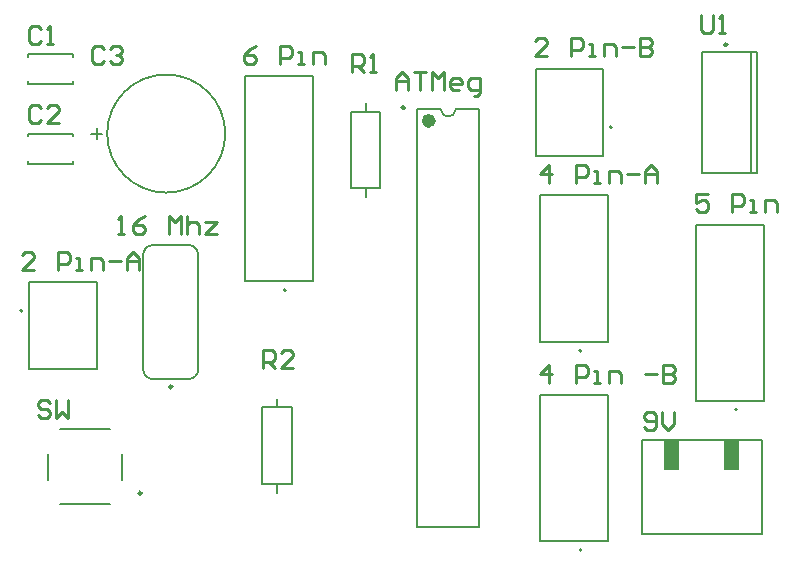
<source format=gto>
G04*
G04 #@! TF.GenerationSoftware,Altium Limited,Altium Designer,23.0.1 (38)*
G04*
G04 Layer_Color=65535*
%FSLAX25Y25*%
%MOIN*%
G70*
G04*
G04 #@! TF.SameCoordinates,3541F037-1E4E-4125-B444-BB1E2F39CCB3*
G04*
G04*
G04 #@! TF.FilePolarity,Positive*
G04*
G01*
G75*
%ADD10C,0.00787*%
%ADD11C,0.00984*%
%ADD12C,0.02362*%
%ADD13C,0.00787*%
%ADD14C,0.00500*%
%ADD15C,0.01000*%
G36*
X240500Y48019D02*
X245478D01*
Y38000D01*
X240500D01*
Y48019D01*
D02*
G37*
G36*
X260500Y48006D02*
X265501D01*
Y38000D01*
X260500D01*
Y48006D01*
D02*
G37*
D10*
X70095Y112843D02*
G03*
X66847Y109595I0J-3248D01*
G01*
X85154Y109595D02*
G03*
X81906Y112843I-3248J0D01*
G01*
X81906Y68158D02*
G03*
X85154Y71406I0J3248D01*
G01*
X66847D02*
G03*
X70095Y68158I3248J0D01*
G01*
X264894Y58059D02*
G03*
X264894Y58059I-394J0D01*
G01*
X212961Y11138D02*
G03*
X212961Y11138I-394J0D01*
G01*
Y77638D02*
G03*
X212961Y77638I-394J0D01*
G01*
X223106Y152157D02*
G03*
X223106Y152157I-394J0D01*
G01*
X166000Y158185D02*
G03*
X171000Y158185I2500J0D01*
G01*
X114461Y97795D02*
G03*
X114461Y97795I-394J0D01*
G01*
X94185Y150000D02*
G03*
X94185Y150000I-19685J0D01*
G01*
X26614Y90921D02*
G03*
X26614Y90921I-394J0D01*
G01*
X28500Y175634D02*
Y176500D01*
X43500Y175634D02*
Y176500D01*
Y166500D02*
Y167366D01*
X28500Y166500D02*
Y167366D01*
Y176500D02*
X43500D01*
X28500Y166500D02*
X43500D01*
X70095Y68157D02*
X81906D01*
X70094Y112843D02*
X81906D01*
X66846Y71406D02*
Y109595D01*
X85154Y71406D02*
Y109594D01*
X269504Y136921D02*
Y177079D01*
X271472Y136921D02*
Y177079D01*
X252969Y136921D02*
Y177079D01*
Y136921D02*
X271472D01*
X252969Y177079D02*
X271472D01*
X35118Y34650D02*
Y43350D01*
X39213Y26618D02*
X55787D01*
X59882Y34650D02*
Y43350D01*
X39213Y51382D02*
X55787D01*
X158067Y18815D02*
X178933D01*
X171000Y158185D02*
X178933D01*
X158067D02*
X166000D01*
X178933Y18815D02*
Y158185D01*
X158067Y18815D02*
Y158185D01*
X141000Y157295D02*
Y160150D01*
Y128850D02*
Y131705D01*
X136079D02*
X145921D01*
Y157295D01*
X136079D02*
X145921D01*
X136079Y131705D02*
Y157295D01*
X49303Y150000D02*
X53240D01*
X51272Y148031D02*
Y151969D01*
X28500Y149134D02*
Y150000D01*
X43500Y149134D02*
Y150000D01*
Y140000D02*
Y140866D01*
X28500Y140000D02*
Y140866D01*
Y150000D02*
X43500D01*
X28500Y140000D02*
X43500D01*
X111500Y58795D02*
Y61650D01*
Y30350D02*
Y33205D01*
X106579D02*
X116421D01*
Y58795D01*
X106579D02*
X116421D01*
X106579Y33205D02*
Y58795D01*
D11*
X76492Y65598D02*
G03*
X76492Y65598I-492J0D01*
G01*
X261492Y179638D02*
G03*
X261492Y179638I-492J0D01*
G01*
X66280Y30142D02*
G03*
X66280Y30142I-492J0D01*
G01*
X153992Y158618D02*
G03*
X153992Y158618I-492J0D01*
G01*
D12*
X163185Y154248D02*
G03*
X163185Y154248I-1181J0D01*
G01*
D13*
X81906Y68157D02*
D03*
D14*
X251114Y119673D02*
X273752D01*
Y61012D02*
Y119673D01*
X251114Y61012D02*
X273752D01*
X251114D02*
Y119673D01*
X199181Y62909D02*
X221819D01*
Y14091D02*
Y62909D01*
X199181Y14091D02*
X221819D01*
X199181D02*
Y62909D01*
Y129409D02*
X221819D01*
Y80591D02*
Y129409D01*
X199181Y80591D02*
X221819D01*
X199181D02*
Y129409D01*
X273000Y16465D02*
Y47961D01*
X233000D02*
X273000D01*
X233000Y16465D02*
Y47961D01*
Y16465D02*
X273000D01*
X197614Y142512D02*
X220252D01*
X197614D02*
Y171646D01*
X220252D01*
Y142512D02*
Y171646D01*
X100681Y169252D02*
X123319D01*
Y100748D02*
Y169252D01*
X100681Y100748D02*
X123319D01*
X100681D02*
Y169252D01*
X28681Y100567D02*
X51319D01*
Y71433D02*
Y100567D01*
X28681Y71433D02*
X51319D01*
X28681D02*
Y100567D01*
D15*
X32899Y184998D02*
X31899Y185998D01*
X29900D01*
X28900Y184998D01*
Y181000D01*
X29900Y180000D01*
X31899D01*
X32899Y181000D01*
X34898Y180000D02*
X36897D01*
X35898D01*
Y185998D01*
X34898Y184998D01*
X58505Y116501D02*
X60505D01*
X59505D01*
Y122499D01*
X58505Y121499D01*
X67502Y122499D02*
X65503Y121499D01*
X63504Y119500D01*
Y117501D01*
X64503Y116501D01*
X66503D01*
X67502Y117501D01*
Y118500D01*
X66503Y119500D01*
X63504D01*
X75500Y116501D02*
Y122499D01*
X77499Y120500D01*
X79499Y122499D01*
Y116501D01*
X81498Y122499D02*
Y116501D01*
Y119500D01*
X82498Y120500D01*
X84497D01*
X85497Y119500D01*
Y116501D01*
X87496Y120500D02*
X91495D01*
X87496Y116501D01*
X91495D01*
X254999Y129798D02*
X251000D01*
Y126799D01*
X252999Y127799D01*
X253999D01*
X254999Y126799D01*
Y124800D01*
X253999Y123800D01*
X252000D01*
X251000Y124800D01*
X262996Y123800D02*
Y129798D01*
X265995D01*
X266995Y128798D01*
Y126799D01*
X265995Y125799D01*
X262996D01*
X268994Y123800D02*
X270993D01*
X269994D01*
Y127799D01*
X268994D01*
X273993Y123800D02*
Y127799D01*
X276992D01*
X277991Y126799D01*
Y123800D01*
X252900Y189598D02*
Y184600D01*
X253900Y183600D01*
X255899D01*
X256899Y184600D01*
Y189598D01*
X258898Y183600D02*
X260897D01*
X259898D01*
Y189598D01*
X258898Y188598D01*
X202099Y67000D02*
Y72998D01*
X199100Y69999D01*
X203099D01*
X211096Y67000D02*
Y72998D01*
X214095D01*
X215095Y71998D01*
Y69999D01*
X214095Y68999D01*
X211096D01*
X217094Y67000D02*
X219093D01*
X218094D01*
Y70999D01*
X217094D01*
X222093Y67000D02*
Y70999D01*
X225092D01*
X226091Y69999D01*
Y67000D01*
X234089Y69999D02*
X238087D01*
X240087Y72998D02*
Y67000D01*
X243086D01*
X244085Y68000D01*
Y68999D01*
X243086Y69999D01*
X240087D01*
X243086D01*
X244085Y70999D01*
Y71998D01*
X243086Y72998D01*
X240087D01*
X202099Y133500D02*
Y139498D01*
X199100Y136499D01*
X203099D01*
X211096Y133500D02*
Y139498D01*
X214095D01*
X215095Y138498D01*
Y136499D01*
X214095Y135499D01*
X211096D01*
X217094Y133500D02*
X219093D01*
X218094D01*
Y137499D01*
X217094D01*
X222093Y133500D02*
Y137499D01*
X225092D01*
X226091Y136499D01*
Y133500D01*
X228091Y136499D02*
X232089D01*
X234089Y133500D02*
Y137499D01*
X236088Y139498D01*
X238087Y137499D01*
Y133500D01*
Y136499D01*
X234089D01*
X35899Y60198D02*
X34899Y61198D01*
X32900D01*
X31900Y60198D01*
Y59199D01*
X32900Y58199D01*
X34899D01*
X35899Y57199D01*
Y56200D01*
X34899Y55200D01*
X32900D01*
X31900Y56200D01*
X37898Y61198D02*
Y55200D01*
X39897Y57199D01*
X41897Y55200D01*
Y61198D01*
X233800Y52200D02*
X234800Y51200D01*
X236799D01*
X237799Y52200D01*
Y56198D01*
X236799Y57198D01*
X234800D01*
X233800Y56198D01*
Y55199D01*
X234800Y54199D01*
X237799D01*
X239798Y57198D02*
Y53199D01*
X241797Y51200D01*
X243797Y53199D01*
Y57198D01*
X201499Y175700D02*
X197500D01*
X201499Y179699D01*
Y180698D01*
X200499Y181698D01*
X198500D01*
X197500Y180698D01*
X209496Y175700D02*
Y181698D01*
X212495D01*
X213495Y180698D01*
Y178699D01*
X212495Y177699D01*
X209496D01*
X215494Y175700D02*
X217494D01*
X216494D01*
Y179699D01*
X215494D01*
X220493Y175700D02*
Y179699D01*
X223492D01*
X224491Y178699D01*
Y175700D01*
X226491Y178699D02*
X230489D01*
X232489Y181698D02*
Y175700D01*
X235488D01*
X236487Y176700D01*
Y177699D01*
X235488Y178699D01*
X232489D01*
X235488D01*
X236487Y179699D01*
Y180698D01*
X235488Y181698D01*
X232489D01*
X151100Y164600D02*
Y168599D01*
X153099Y170598D01*
X155099Y168599D01*
Y164600D01*
Y167599D01*
X151100D01*
X157098Y170598D02*
X161097D01*
X159097D01*
Y164600D01*
X163096D02*
Y170598D01*
X165095Y168599D01*
X167095Y170598D01*
Y164600D01*
X172093D02*
X170094D01*
X169094Y165600D01*
Y167599D01*
X170094Y168599D01*
X172093D01*
X173093Y167599D01*
Y166599D01*
X169094D01*
X177092Y162601D02*
X178091D01*
X179091Y163600D01*
Y168599D01*
X176092D01*
X175092Y167599D01*
Y165600D01*
X176092Y164600D01*
X179091D01*
X136300Y170400D02*
Y176398D01*
X139299D01*
X140299Y175398D01*
Y173399D01*
X139299Y172399D01*
X136300D01*
X138299D02*
X140299Y170400D01*
X142298D02*
X144297D01*
X143298D01*
Y176398D01*
X142298Y175398D01*
X104599Y179298D02*
X102599Y178298D01*
X100600Y176299D01*
Y174300D01*
X101600Y173300D01*
X103599D01*
X104599Y174300D01*
Y175299D01*
X103599Y176299D01*
X100600D01*
X112596Y173300D02*
Y179298D01*
X115595D01*
X116595Y178298D01*
Y176299D01*
X115595Y175299D01*
X112596D01*
X118594Y173300D02*
X120594D01*
X119594D01*
Y177299D01*
X118594D01*
X123593Y173300D02*
Y177299D01*
X126592D01*
X127591Y176299D01*
Y173300D01*
X53899Y178198D02*
X52899Y179198D01*
X50900D01*
X49900Y178198D01*
Y174200D01*
X50900Y173200D01*
X52899D01*
X53899Y174200D01*
X55898Y178198D02*
X56898Y179198D01*
X58897D01*
X59897Y178198D01*
Y177199D01*
X58897Y176199D01*
X57897D01*
X58897D01*
X59897Y175199D01*
Y174200D01*
X58897Y173200D01*
X56898D01*
X55898Y174200D01*
X32899Y158498D02*
X31899Y159498D01*
X29900D01*
X28900Y158498D01*
Y154500D01*
X29900Y153500D01*
X31899D01*
X32899Y154500D01*
X38897Y153500D02*
X34898D01*
X38897Y157499D01*
Y158498D01*
X37897Y159498D01*
X35898D01*
X34898Y158498D01*
X30399Y104600D02*
X26400D01*
X30399Y108599D01*
Y109598D01*
X29399Y110598D01*
X27400D01*
X26400Y109598D01*
X38396Y104600D02*
Y110598D01*
X41395D01*
X42395Y109598D01*
Y107599D01*
X41395Y106599D01*
X38396D01*
X44394Y104600D02*
X46393D01*
X45394D01*
Y108599D01*
X44394D01*
X49393Y104600D02*
Y108599D01*
X52392D01*
X53391Y107599D01*
Y104600D01*
X55391Y107599D02*
X59389D01*
X61389Y104600D02*
Y108599D01*
X63388Y110598D01*
X65387Y108599D01*
Y104600D01*
Y107599D01*
X61389D01*
X106800Y71900D02*
Y77898D01*
X109799D01*
X110799Y76898D01*
Y74899D01*
X109799Y73899D01*
X106800D01*
X108799D02*
X110799Y71900D01*
X116797D02*
X112798D01*
X116797Y75899D01*
Y76898D01*
X115797Y77898D01*
X113798D01*
X112798Y76898D01*
M02*

</source>
